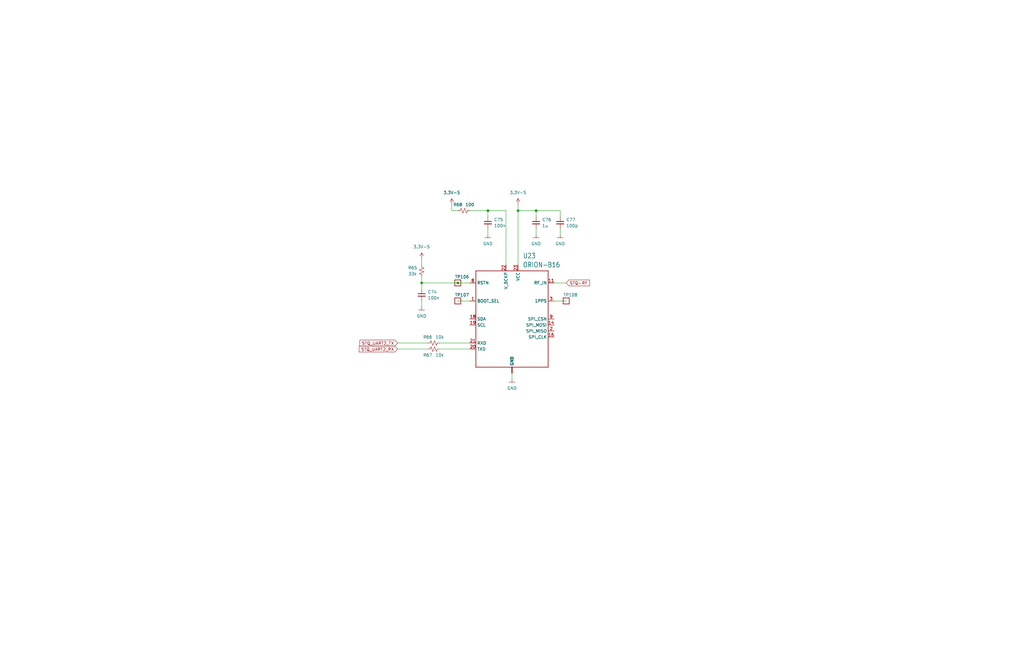
<source format=kicad_sch>
(kicad_sch (version 20211123) (generator eeschema)
  (paper "B")
  (lib_symbols
    (symbol "Device:C_Small" (pin_numbers hide) (pin_names (offset 0.254) hide)
      (property "Reference" "C" (at 0.254 1.778 0))
      (property "Value" "C_Small" (at 0.254 -2.032 0))
      (symbol "C_Small_0_1"
        (polyline (pts (xy -1.524 -0.508) (xy 1.524 -0.508)) (stroke (width 0.3302)))
        (polyline (pts (xy -1.524 0.508) (xy 1.524 0.508)) (stroke (width 0.3048)))
      )
      (symbol "C_Small_1_1"
        (pin passive line (at 0 2.54 270) (length 2.032) (name "~") (number "1"))
        (pin passive line (at 0 -2.54 90) (length 2.032) (name "~") (number "2"))
      )
    )
    (symbol "Device:R_Small_US" (pin_numbers hide) (pin_names (offset 0.254) hide)
      (property "Reference" "R" (at 0.762 0.508 0))
      (property "Value" "R_Small_US" (at 0.762 -1.016 0))
      (symbol "R_Small_US_1_1"
        (polyline (pts (xy 0 0) (xy 1.016 -0.381) (xy 0 -0.762) (xy -1.016 -1.143) (xy 0 -1.524)))
        (polyline (pts (xy 0 1.524) (xy 1.016 1.143) (xy 0 0.762) (xy -1.016 0.381) (xy 0 0)))
        (pin passive line (at 0 2.54 270) (length 1.016) (name "~") (number "1"))
        (pin passive line (at 0 -2.54 90) (length 1.016) (name "~") (number "2"))
      )
    )
    (symbol "OreSat-Power:GND" (power) (pin_names (offset 0))
      (property "Value" "GND" (at 0 -2.54 0))
      (symbol "GND_0_1"
        (polyline (pts (xy 0 0) (xy 0 -1.27) (xy 1.27 -1.27) (xy 0 -1.27) (xy -1.27 -1.27) (xy 0 -1.27)))
      )
      (symbol "GND_1_1"
        (pin power_in line (at 0 0 270) (length 0) hide (name "GND") (number "1"))
      )
    )
    (symbol "OreSat-TestPoint:Test-Point" (pin_numbers hide) (pin_names hide)
      (property "Reference" "TP" (at 0 2.54 0))
      (symbol "Test-Point_0_1"
        (rectangle (start -1.27 1.27) (end 1.27 -1.27) (stroke (width 0.254)))
      )
      (symbol "Test-Point_1_1"
        (pin passive line (at 0 0 90) (length 0) (name "") (number "1"))
      )
    )
    (symbol "U-SkyTraq-ORION-B16-gps-receiver:ORION-B16"
      (property "Reference" "U" (at 10.16 25.4 0))
      (property "Value" "ORION-B16" (at 10.16 22.86 0))
      (symbol "ORION-B16_1_0"
        (polyline (pts (xy -15.24 -20.32) (xy -15.24 20.32)) (stroke (width 0.254)))
        (polyline (pts (xy -15.24 20.32) (xy 15.24 20.32)) (stroke (width 0.254)))
        (polyline (pts (xy 15.24 -20.32) (xy -15.24 -20.32)) (stroke (width 0.254)))
        (polyline (pts (xy 15.24 20.32) (xy 15.24 -20.32)) (stroke (width 0.254)))
        (pin input line (at -17.78 7.62 0) (length 2.54) (name "BOOT_SEL") (number "1"))
        (pin power_in line (at 0 -22.86 90) (length 2.54) (name "GND") (number "10"))
        (pin input line (at 17.78 15.24 180) (length 2.54) (name "RF_IN") (number "11"))
        (pin power_in line (at 0 -22.86 90) (length 2.54) (name "GND") (number "12"))
        (pin power_in line (at 0 -22.86 90) (length 2.54) (name "GND") (number "13"))
        (pin input line (at 17.78 -2.54 180) (length 2.54) (name "SPI_MOSI") (number "14"))
        (pin input line (at 17.78 -7.62 180) (length 2.54) (name "SPI_CLK") (number "16"))
        (pin bidirectional line (at -17.78 0 0) (length 2.54) (name "SDA") (number "18"))
        (pin input line (at -17.78 -2.54 0) (length 2.54) (name "SCL") (number "19"))
        (pin output line (at 17.78 -5.08 180) (length 2.54) (name "SPI_MISO") (number "2"))
        (pin bidirectional line (at -17.78 -12.7 0) (length 2.54) (name "TXD") (number "20"))
        (pin input line (at -17.78 -10.16 0) (length 2.54) (name "RXD") (number "21"))
        (pin power_in line (at -2.54 22.86 270) (length 2.54) (name "V_BCKP") (number "22"))
        (pin power_in line (at 2.54 22.86 270) (length 2.54) (name "VCC") (number "23"))
        (pin power_in line (at 0 -22.86 90) (length 2.54) (name "GND") (number "24"))
        (pin output line (at 17.78 7.62 180) (length 2.54) (name "1PPS") (number "3"))
        (pin input line (at -17.78 15.24 0) (length 2.54) (name "RSTN") (number "8"))
        (pin input line (at 17.78 0 180) (length 2.54) (name "SPI_CSN") (number "9"))
      )
    )
    (symbol "gps-power:3.3V-S" (power) (in_bom no) (on_board no)
      (property "Value" "3.3V-S" (at 0 5.08 0))
      (symbol "3.3V-S_0_1"
        (polyline (pts (xy -0.762 1.27) (xy 0 2.54)))
        (polyline (pts (xy 0 0) (xy 0 2.54)))
        (polyline (pts (xy 0 2.54) (xy 0.762 1.27)))
      )
      (symbol "3.3V-S_1_1"
        (pin power_in line (at 0 0 90) (length 2.54) hide (name "3.3V-S") (number "1"))
      )
    )
  )
  (junction (at 205.74 88.9))
  (junction (at 177.8 119.38))
  (junction (at 218.44 88.9))
  (junction (at 193.04 119.38))
  (junction (at 226.06 88.9))
  (wire (pts (xy 177.8 116.84) (xy 177.8 119.38)))
  (wire (pts (xy 177.8 119.38) (xy 193.04 119.38)))
  (wire (pts (xy 177.8 127) (xy 177.8 129.54)))
  (wire (pts (xy 226.06 91.44) (xy 226.06 88.9)))
  (wire (pts (xy 177.8 119.38) (xy 177.8 121.92)))
  (wire (pts (xy 236.22 96.52) (xy 236.22 99.06)))
  (wire (pts (xy 205.74 96.52) (xy 205.74 99.06)))
  (wire (pts (xy 190.5 86.36) (xy 190.5 88.9)))
  (wire (pts (xy 226.06 88.9) (xy 218.44 88.9)))
  (wire (pts (xy 167.64 147.32) (xy 180.34 147.32)))
  (wire (pts (xy 213.36 111.76) (xy 213.36 88.9)))
  (wire (pts (xy 218.44 86.36) (xy 218.44 88.9)))
  (wire (pts (xy 213.36 88.9) (xy 205.74 88.9)))
  (wire (pts (xy 233.68 127) (xy 238.76 127)))
  (wire (pts (xy 177.8 109.22) (xy 177.8 111.76)))
  (wire (pts (xy 190.5 88.9) (xy 193.04 88.9)))
  (wire (pts (xy 226.06 96.52) (xy 226.06 99.06)))
  (wire (pts (xy 193.04 127) (xy 198.12 127)))
  (wire (pts (xy 218.44 88.9) (xy 218.44 111.76)))
  (wire (pts (xy 205.74 88.9) (xy 205.74 91.44)))
  (wire (pts (xy 236.22 88.9) (xy 226.06 88.9)))
  (wire (pts (xy 215.9 157.48) (xy 215.9 160.02)))
  (wire (pts (xy 198.12 88.9) (xy 205.74 88.9)))
  (wire (pts (xy 236.22 91.44) (xy 236.22 88.9)))
  (wire (pts (xy 185.42 147.32) (xy 198.12 147.32)))
  (wire (pts (xy 185.42 144.78) (xy 198.12 144.78)))
  (wire (pts (xy 167.64 144.78) (xy 180.34 144.78)))
  (wire (pts (xy 233.68 119.38) (xy 238.76 119.38)))
  (wire (pts (xy 193.04 119.38) (xy 198.12 119.38)))
  (global_label "STQ_UART2_RX" (shape input) (at 167.64 147.32 180) (property "Intersheet References" "${INTERSHEET_REFS}" (effects hide)))
  (global_label "STQ-RF" (shape input) (at 238.76 119.38 0) (property "Intersheet References" "${INTERSHEET_REFS}" (effects hide)))
  (global_label "STQ_UART2_TX" (shape input) (at 167.64 144.78 180) (property "Intersheet References" "${INTERSHEET_REFS}" (effects hide)))
  (symbol (lib_id "OreSat-TestPoint:Test-Point") (at 193.04 119.38 0) (unit 1)
    (property "Reference" "TP106" (at 191.77 116.84 0) (effects (justify left)))
    (property "Value" "Test-Point" (effects hide))
    (property "Footprint" "OreSat-TestPoint:1X01" (effects hide))
  )
  (symbol (lib_id "OreSat-Power:GND") (at 226.06 99.06 0) (unit 1)
    (property "Reference" "#GND0217" (effects hide))
    (property "Value" "GND" (at 226.06 102.87 0))
  )
  (symbol (lib_id "gps-power:3.3V-S") (at 177.8 109.22 0) (unit 1) (in_bom no) (on_board no)
    (property "Reference" "#3V3-S0101" (effects hide))
    (property "Value" "3.3V-S" (at 177.8 104.14 0))
  )
  (symbol (lib_id "OreSat-TestPoint:Test-Point") (at 193.04 127 0) (unit 1)
    (property "Reference" "TP107" (at 191.77 124.46 0) (effects (justify left)))
    (property "Value" "Test-Point" (effects hide))
    (property "Footprint" "OreSat-TestPoint:1X01" (effects hide))
  )
  (symbol (lib_id "OreSat-Power:GND") (at 205.74 99.06 0) (unit 1)
    (property "Reference" "#GND0216" (effects hide))
    (property "Value" "GND" (at 205.74 102.87 0))
  )
  (symbol (lib_id "Device:C_Small") (at 177.8 124.46 0) (unit 1)
    (property "Reference" "C74" (at 180.34 123.1962 0) (effects (justify left)))
    (property "Value" "100n" (at 180.34 125.7362 0) (effects (justify left)))
    (property "Footprint" "Capacitor_SMD:C_0603_1608Metric" (effects hide))
  )
  (symbol (lib_id "Device:C_Small") (at 226.06 93.98 0) (unit 1)
    (property "Reference" "C76" (at 228.6 92.7162 0) (effects (justify left)))
    (property "Value" "1u" (at 228.6 95.2562 0) (effects (justify left)))
    (property "Footprint" "Capacitor_SMD:C_0603_1608Metric" (effects hide))
  )
  (symbol (lib_id "OreSat-Power:GND") (at 215.9 160.02 0) (unit 1)
    (property "Reference" "#GND0213" (effects hide))
    (property "Value" "GND" (at 215.9 163.83 0))
  )
  (symbol (lib_id "Device:C_Small") (at 205.74 93.98 0) (unit 1)
    (property "Reference" "C75" (at 208.28 92.7162 0) (effects (justify left)))
    (property "Value" "100n" (at 208.28 95.2562 0) (effects (justify left)))
    (property "Footprint" "Capacitor_SMD:C_0603_1608Metric" (effects hide))
  )
  (symbol (lib_id "Device:R_Small_US") (at 182.88 147.32 90) (unit 1)
    (property "Reference" "R67" (at 180.34 149.86 90))
    (property "Value" "10k" (at 185.42 149.86 90))
    (property "Footprint" "Resistor_SMD:R_0603_1608Metric" (effects hide))
  )
  (symbol (lib_id "OreSat-Power:GND") (at 177.8 129.54 0) (unit 1)
    (property "Reference" "#GND0215" (effects hide))
    (property "Value" "GND" (at 177.8 133.35 0))
  )
  (symbol (lib_id "U-SkyTraq-ORION-B16-gps-receiver:ORION-B16") (at 215.9 134.62 0) (unit 1)
    (property "Reference" "U23" (at 220.4594 107.95 0) (effects (font (size 2.0828 1.7703)) (justify left)))
    (property "Value" "ORION-B16" (at 220.4594 111.76 0) (effects (font (size 2.0828 1.7703)) (justify left)))
    (property "Footprint" "oresat-footprints:U-SkyTraq-ORION-B16" (effects hide))
    (property "Datasheet" "https://navspark.mybigcommerce.com/content/Orion_B16_DS.pdf" (effects hide))
  )
  (symbol (lib_id "gps-power:3.3V-S") (at 190.5 86.36 0) (unit 1) (in_bom no) (on_board no)
    (property "Reference" "#3V3-S0103" (effects hide))
    (property "Value" "3.3V-S" (at 190.5 81.28 0))
  )
  (symbol (lib_id "gps-power:3.3V-S") (at 218.44 86.36 0) (unit 1) (in_bom no) (on_board no)
    (property "Reference" "#3V3-S0102" (effects hide))
    (property "Value" "3.3V-S" (at 218.44 81.28 0))
  )
  (symbol (lib_id "Device:R_Small_US") (at 177.8 114.3 0) (unit 1)
    (property "Reference" "R65" (at 173.99 113.03 0))
    (property "Value" "33k" (at 173.99 115.57 0))
    (property "Footprint" "Resistor_SMD:R_0603_1608Metric" (effects hide))
  )
  (symbol (lib_id "Device:C_Small") (at 236.22 93.98 0) (unit 1)
    (property "Reference" "C77" (at 238.76 92.7162 0) (effects (justify left)))
    (property "Value" "100p" (at 238.76 95.2562 0) (effects (justify left)))
    (property "Footprint" "Capacitor_SMD:C_0603_1608Metric" (effects hide))
  )
  (symbol (lib_id "Device:R_Small_US") (at 182.88 144.78 90) (unit 1)
    (property "Reference" "R66" (at 180.34 142.24 90))
    (property "Value" "10k" (at 185.42 142.24 90))
    (property "Footprint" "Resistor_SMD:R_0603_1608Metric" (effects hide))
  )
  (symbol (lib_id "OreSat-Power:GND") (at 236.22 99.06 0) (unit 1)
    (property "Reference" "#GND0214" (effects hide))
    (property "Value" "GND" (at 236.22 102.87 0))
  )
  (symbol (lib_id "OreSat-TestPoint:Test-Point") (at 238.76 127 0) (unit 1)
    (property "Reference" "TP108" (at 237.49 124.46 0) (effects (justify left)))
    (property "Value" "Test-Point" (effects hide))
    (property "Footprint" "OreSat-TestPoint:1X01" (effects hide))
  )
  (symbol (lib_id "Device:R_Small_US") (at 195.58 88.9 90) (unit 1)
    (property "Reference" "R68" (at 193.04 86.36 90))
    (property "Value" "100" (at 198.12 86.36 90))
    (property "Footprint" "Resistor_SMD:R_0603_1608Metric" (effects hide))
  )
)
</source>
